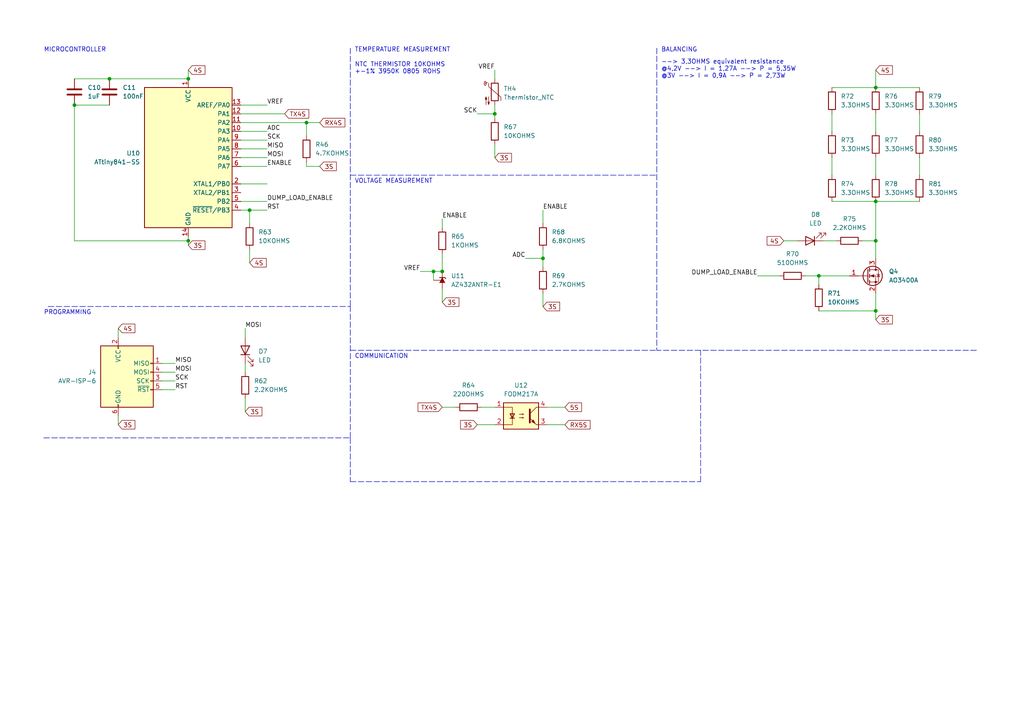
<source format=kicad_sch>
(kicad_sch (version 20211123) (generator eeschema)
  (paper "A4")
  (title_block (title "4S - OpenBatt") (date "2022-07-02") (rev "V1.0") (company "Andre Schrankel"))
  (lib_symbols
    (symbol "Connector:AVR-ISP-6" (pin_names (offset 1.016))
      (property "Reference" "J" (at -6.35 11.43 0))
      (property "Value" "AVR-ISP-6" (at 0 11.43 0))
      (symbol "AVR-ISP-6_0_1"
        (rectangle (start -2.667 -6.858) (end -2.413 -7.62))
        (rectangle (start -2.667 10.16) (end -2.413 9.398))
        (rectangle (start 7.62 -2.413) (end 6.858 -2.667))
        (rectangle (start 7.62 0.127) (end 6.858 -0.127))
        (rectangle (start 7.62 2.667) (end 6.858 2.413))
        (rectangle (start 7.62 5.207) (end 6.858 4.953))
        (rectangle (start 7.62 10.16) (end -7.62 -7.62) (stroke (width 0.254)) (fill (type background)))
      )
      (symbol "AVR-ISP-6_1_1"
        (pin passive line (at 10.16 5.08 180) (length 2.54) (name "MISO") (number "1"))
        (pin passive line (at -2.54 12.7 270) (length 2.54) (name "VCC") (number "2"))
        (pin passive line (at 10.16 0 180) (length 2.54) (name "SCK") (number "3"))
        (pin passive line (at 10.16 2.54 180) (length 2.54) (name "MOSI") (number "4"))
        (pin passive line (at 10.16 -2.54 180) (length 2.54) (name "~{RST}") (number "5"))
        (pin passive line (at -2.54 -10.16 90) (length 2.54) (name "GND") (number "6"))
      )
    )
    (symbol "Device:C" (pin_numbers hide) (pin_names (offset 0.254))
      (property "Reference" "C" (at 0.635 2.54 0))
      (property "Value" "C" (at 0.635 -2.54 0))
      (symbol "C_0_1"
        (polyline (pts (xy -2.032 -0.762) (xy 2.032 -0.762)) (stroke (width 0.508)))
        (polyline (pts (xy -2.032 0.762) (xy 2.032 0.762)) (stroke (width 0.508)))
      )
      (symbol "C_1_1"
        (pin passive line (at 0 3.81 270) (length 2.794) (name "~") (number "1"))
        (pin passive line (at 0 -3.81 90) (length 2.794) (name "~") (number "2"))
      )
    )
    (symbol "Device:LED" (pin_numbers hide) (pin_names (offset 1.016) hide)
      (property "Reference" "D" (at 0 2.54 0))
      (property "Value" "LED" (at 0 -2.54 0))
      (symbol "LED_0_1"
        (polyline (pts (xy -1.27 -1.27) (xy -1.27 1.27)) (stroke (width 0.254)))
        (polyline (pts (xy -1.27 0) (xy 1.27 0)))
        (polyline (pts (xy 1.27 -1.27) (xy 1.27 1.27) (xy -1.27 0) (xy 1.27 -1.27)) (stroke (width 0.254)))
        (polyline (pts (xy -3.048 -0.762) (xy -4.572 -2.286) (xy -3.81 -2.286) (xy -4.572 -2.286) (xy -4.572 -1.524)))
        (polyline (pts (xy -1.778 -0.762) (xy -3.302 -2.286) (xy -2.54 -2.286) (xy -3.302 -2.286) (xy -3.302 -1.524)))
      )
      (symbol "LED_1_1"
        (pin passive line (at -3.81 0 0) (length 2.54) (name "K") (number "1"))
        (pin passive line (at 3.81 0 180) (length 2.54) (name "A") (number "2"))
      )
    )
    (symbol "Device:R" (pin_numbers hide) (pin_names (offset 0))
      (property "Reference" "R" (at 2.032 0 90))
      (property "Value" "R" (at 0 0 90))
      (symbol "R_0_1"
        (rectangle (start -1.016 -2.54) (end 1.016 2.54) (stroke (width 0.254)))
      )
      (symbol "R_1_1"
        (pin passive line (at 0 3.81 270) (length 1.27) (name "~") (number "1"))
        (pin passive line (at 0 -3.81 90) (length 1.27) (name "~") (number "2"))
      )
    )
    (symbol "Device:Thermistor_NTC" (pin_numbers hide) (pin_names (offset 0))
      (property "Reference" "TH" (at -4.445 0 90))
      (property "Value" "Thermistor_NTC" (at 3.175 0 90))
      (symbol "Thermistor_NTC_0_1"
        (arc (start -3.048 2.159) (mid -3.0505 2.3165) (end -3.175 2.413))
        (arc (start -3.048 2.159) (mid -2.9736 1.9794) (end -2.794 1.905))
        (arc (start -3.048 2.794) (mid -2.9736 2.6144) (end -2.794 2.54))
        (arc (start -2.794 1.905) (mid -2.6144 1.9794) (end -2.54 2.159))
        (arc (start -2.794 2.54) (mid -2.434 2.5608) (end -2.159 2.794))
        (arc (start -2.794 3.048) (mid -2.9736 2.9736) (end -3.048 2.794))
        (arc (start -2.54 2.794) (mid -2.6144 2.9736) (end -2.794 3.048))
        (rectangle (start -1.016 2.54) (end 1.016 -2.54) (stroke (width 0.254)))
        (polyline (pts (xy -2.54 2.159) (xy -2.54 2.794)))
        (polyline (pts (xy -1.778 2.54) (xy -1.778 1.524) (xy 1.778 -1.524) (xy 1.778 -2.54)))
        (polyline (pts (xy -2.54 -3.683) (xy -2.54 -1.397) (xy -2.794 -2.159) (xy -2.286 -2.159) (xy -2.54 -1.397) (xy -2.54 -1.651)) (fill (type outline)))
        (polyline (pts (xy -1.778 -1.397) (xy -1.778 -3.683) (xy -2.032 -2.921) (xy -1.524 -2.921) (xy -1.778 -3.683) (xy -1.778 -3.429)) (fill (type outline)))
      )
      (symbol "Thermistor_NTC_1_1"
        (pin passive line (at 0 3.81 270) (length 1.27) (name "~") (number "1"))
        (pin passive line (at 0 -3.81 90) (length 1.27) (name "~") (number "2"))
      )
    )
    (symbol "Isolator:FODM217A"
      (property "Reference" "U" (at -5.08 5.08 0))
      (property "Value" "FODM217A" (at 0 5.08 0))
      (symbol "FODM217A_0_1"
        (rectangle (start -5.08 3.81) (end 5.08 -3.81) (stroke (width 0.254)) (fill (type background)))
        (polyline (pts (xy -3.175 -0.635) (xy -1.905 -0.635)) (stroke (width 0.254)))
        (polyline (pts (xy 2.54 0.635) (xy 4.445 2.54)))
        (polyline (pts (xy 4.445 -2.54) (xy 2.54 -0.635)) (fill (type outline)))
        (polyline (pts (xy 4.445 -2.54) (xy 5.08 -2.54)))
        (polyline (pts (xy 4.445 2.54) (xy 5.08 2.54)))
        (polyline (pts (xy -5.08 2.54) (xy -2.54 2.54) (xy -2.54 -0.635)))
        (polyline (pts (xy -2.54 -0.635) (xy -2.54 -2.54) (xy -5.08 -2.54)))
        (polyline (pts (xy 2.54 1.905) (xy 2.54 -1.905) (xy 2.54 -1.905)) (stroke (width 0.508)))
        (polyline (pts (xy -2.54 -0.635) (xy -3.175 0.635) (xy -1.905 0.635) (xy -2.54 -0.635)) (stroke (width 0.254)))
        (polyline (pts (xy -0.508 -0.508) (xy 0.762 -0.508) (xy 0.381 -0.635) (xy 0.381 -0.381) (xy 0.762 -0.508)))
        (polyline (pts (xy -0.508 0.508) (xy 0.762 0.508) (xy 0.381 0.381) (xy 0.381 0.635) (xy 0.762 0.508)))
        (polyline (pts (xy 3.048 -1.651) (xy 3.556 -1.143) (xy 4.064 -2.159) (xy 3.048 -1.651) (xy 3.048 -1.651)) (fill (type outline)))
      )
      (symbol "FODM217A_1_1"
        (pin passive line (at -7.62 2.54 0) (length 2.54) (name "~") (number "1"))
        (pin passive line (at -7.62 -2.54 0) (length 2.54) (name "~") (number "2"))
        (pin passive line (at 7.62 -2.54 180) (length 2.54) (name "~") (number "3"))
        (pin passive line (at 7.62 2.54 180) (length 2.54) (name "~") (number "4"))
      )
    )
    (symbol "MCU_Microchip_ATtiny:ATtiny841-SS"
      (property "Reference" "U" (at -12.7 21.59 0))
      (property "Value" "ATtiny841-SS" (at 2.54 -21.59 0))
      (symbol "ATtiny841-SS_0_1"
        (rectangle (start -12.7 -20.32) (end 12.7 20.32) (stroke (width 0.254)) (fill (type background)))
      )
      (symbol "ATtiny841-SS_1_1"
        (pin power_in line (at 0 22.86 270) (length 2.54) (name "VCC") (number "1"))
        (pin bidirectional line (at 15.24 7.62 180) (length 2.54) (name "PA3") (number "10"))
        (pin bidirectional line (at 15.24 10.16 180) (length 2.54) (name "PA2") (number "11"))
        (pin bidirectional line (at 15.24 12.7 180) (length 2.54) (name "PA1") (number "12"))
        (pin bidirectional line (at 15.24 15.24 180) (length 2.54) (name "AREF/PA0") (number "13"))
        (pin power_in line (at 0 -22.86 90) (length 2.54) (name "GND") (number "14"))
        (pin bidirectional line (at 15.24 -7.62 180) (length 2.54) (name "XTAL1/PB0") (number "2"))
        (pin bidirectional line (at 15.24 -10.16 180) (length 2.54) (name "XTAL2/PB1") (number "3"))
        (pin bidirectional line (at 15.24 -15.24 180) (length 2.54) (name "~{RESET}/PB3") (number "4"))
        (pin bidirectional line (at 15.24 -12.7 180) (length 2.54) (name "PB2") (number "5"))
        (pin bidirectional line (at 15.24 -2.54 180) (length 2.54) (name "PA7") (number "6"))
        (pin bidirectional line (at 15.24 0 180) (length 2.54) (name "PA6") (number "7"))
        (pin bidirectional line (at 15.24 2.54 180) (length 2.54) (name "PA5") (number "8"))
        (pin bidirectional line (at 15.24 5.08 180) (length 2.54) (name "PA4") (number "9"))
      )
    )
    (symbol "Reference_Voltage:TL431DBZ" (pin_numbers hide) (pin_names hide)
      (property "Reference" "U" (at -2.54 2.54 0))
      (property "Value" "TL431DBZ" (at 0 -2.54 0))
      (symbol "TL431DBZ_0_1"
        (polyline (pts (xy -1.27 0) (xy 0 0) (xy 1.27 0)))
        (polyline (pts (xy -0.762 0.762) (xy 0.762 0) (xy -0.762 -0.762)) (fill (type outline)))
        (polyline (pts (xy 0.508 -1.016) (xy 0.762 -0.762) (xy 0.762 0.762) (xy 0.762 0.762)) (stroke (width 0.254)))
      )
      (symbol "TL431DBZ_1_1"
        (pin passive line (at 2.54 0 180) (length 2.54) (name "K") (number "1"))
        (pin passive line (at 0 2.54 270) (length 2.54) (name "REF") (number "2"))
        (pin passive line (at -2.54 0 0) (length 2.54) (name "A") (number "3"))
      )
    )
    (symbol "Transistor_FET:AO3400A" (pin_names hide)
      (property "Reference" "Q" (at 5.08 1.905 0))
      (property "Value" "AO3400A" (at 5.08 0 0))
      (symbol "AO3400A_0_1"
        (polyline (pts (xy 0.254 0) (xy -2.54 0)))
        (polyline (pts (xy 0.254 1.905) (xy 0.254 -1.905)) (stroke (width 0.254)))
        (polyline (pts (xy 0.762 -1.27) (xy 0.762 -2.286)) (stroke (width 0.254)))
        (polyline (pts (xy 0.762 0.508) (xy 0.762 -0.508)) (stroke (width 0.254)))
        (polyline (pts (xy 0.762 2.286) (xy 0.762 1.27)) (stroke (width 0.254)))
        (polyline (pts (xy 2.54 2.54) (xy 2.54 1.778)))
        (polyline (pts (xy 2.54 -2.54) (xy 2.54 0) (xy 0.762 0)))
        (polyline (pts (xy 0.762 -1.778) (xy 3.302 -1.778) (xy 3.302 1.778) (xy 0.762 1.778)))
        (polyline (pts (xy 1.016 0) (xy 2.032 0.381) (xy 2.032 -0.381) (xy 1.016 0)) (fill (type outline)))
        (polyline (pts (xy 2.794 0.508) (xy 2.921 0.381) (xy 3.683 0.381) (xy 3.81 0.254)))
        (polyline (pts (xy 3.302 0.381) (xy 2.921 -0.254) (xy 3.683 -0.254) (xy 3.302 0.381)))
        (circle (center 1.651 0) (radius 2.794) (stroke (width 0.254)))
        (circle (center 2.54 -1.778) (radius 0.254) (fill (type outline)))
        (circle (center 2.54 1.778) (radius 0.254) (fill (type outline)))
      )
      (symbol "AO3400A_1_1"
        (pin input line (at -5.08 0 0) (length 2.54) (name "G") (number "1"))
        (pin passive line (at 2.54 -5.08 90) (length 2.54) (name "S") (number "2"))
        (pin passive line (at 2.54 5.08 270) (length 2.54) (name "D") (number "3"))
      )
    )
  )
  (junction (at 72.39 60.96))
  (junction (at 88.9 35.56))
  (junction (at 254 58.42))
  (junction (at 143.51 33.02))
  (junction (at 254 25.4))
  (junction (at 54.61 69.85))
  (junction (at 128.27 78.74))
  (junction (at 157.48 74.93))
  (junction (at 237.49 80.01))
  (junction (at 254 90.17))
  (junction (at 54.61 22.86))
  (junction (at 125.73 78.74))
  (junction (at 31.75 22.86))
  (junction (at 254 69.85))
  (junction (at 21.59 30.48))
  (wire (pts (xy 254 85.09) (xy 254 90.17)))
  (wire (pts (xy 125.73 81.28) (xy 125.73 78.74)))
  (wire (pts (xy 88.9 48.26) (xy 92.71 48.26)))
  (wire (pts (xy 72.39 60.96) (xy 77.47 60.96)))
  (polyline (pts (xy 101.6 139.7) (xy 203.2 139.7)))
  (wire (pts (xy 21.59 30.48) (xy 21.59 69.85)))
  (wire (pts (xy 241.3 33.02) (xy 241.3 38.1)))
  (wire (pts (xy 54.61 69.85) (xy 54.61 71.12)))
  (polyline (pts (xy 101.6 101.6) (xy 190.5 101.6)))
  (wire (pts (xy 46.99 107.95) (xy 50.8 107.95)))
  (wire (pts (xy 34.29 95.25) (xy 34.29 97.79)))
  (wire (pts (xy 237.49 80.01) (xy 246.38 80.01)))
  (wire (pts (xy 241.3 58.42) (xy 254 58.42)))
  (wire (pts (xy 72.39 60.96) (xy 72.39 64.77)))
  (wire (pts (xy 266.7 45.72) (xy 266.7 50.8)))
  (wire (pts (xy 266.7 33.02) (xy 266.7 38.1)))
  (polyline (pts (xy 190.5 13.97) (xy 190.5 101.6)))
  (wire (pts (xy 254 33.02) (xy 254 38.1)))
  (polyline (pts (xy 101.6 127) (xy 101.6 88.9)))
  (wire (pts (xy 138.43 123.19) (xy 143.51 123.19)))
  (wire (pts (xy 69.85 30.48) (xy 77.47 30.48)))
  (polyline (pts (xy 101.6 127) (xy 101.6 139.7)))
  (wire (pts (xy 69.85 33.02) (xy 82.55 33.02)))
  (wire (pts (xy 233.68 80.01) (xy 237.49 80.01)))
  (wire (pts (xy 157.48 60.96) (xy 157.48 64.77)))
  (wire (pts (xy 254 20.32) (xy 254 25.4)))
  (wire (pts (xy 227.33 69.85) (xy 231.14 69.85)))
  (wire (pts (xy 88.9 46.99) (xy 88.9 48.26)))
  (wire (pts (xy 46.99 113.03) (xy 50.8 113.03)))
  (wire (pts (xy 54.61 20.32) (xy 54.61 22.86)))
  (wire (pts (xy 46.99 110.49) (xy 50.8 110.49)))
  (wire (pts (xy 72.39 72.39) (xy 72.39 76.2)))
  (wire (pts (xy 138.43 33.02) (xy 143.51 33.02)))
  (wire (pts (xy 241.3 45.72) (xy 241.3 50.8)))
  (wire (pts (xy 241.3 25.4) (xy 254 25.4)))
  (wire (pts (xy 254 45.72) (xy 254 50.8)))
  (wire (pts (xy 88.9 35.56) (xy 88.9 39.37)))
  (wire (pts (xy 237.49 80.01) (xy 237.49 82.55)))
  (wire (pts (xy 34.29 120.65) (xy 34.29 123.19)))
  (wire (pts (xy 69.85 53.34) (xy 77.47 53.34)))
  (polyline (pts (xy 283.21 101.6) (xy 190.5 101.6)))
  (wire (pts (xy 250.19 69.85) (xy 254 69.85)))
  (wire (pts (xy 121.92 78.74) (xy 125.73 78.74)))
  (wire (pts (xy 254 90.17) (xy 254 92.71)))
  (wire (pts (xy 71.12 115.57) (xy 71.12 119.38)))
  (wire (pts (xy 71.12 95.25) (xy 71.12 97.79)))
  (wire (pts (xy 71.12 105.41) (xy 71.12 107.95)))
  (wire (pts (xy 69.85 43.18) (xy 77.47 43.18)))
  (wire (pts (xy 157.48 74.93) (xy 157.48 77.47)))
  (wire (pts (xy 238.76 69.85) (xy 242.57 69.85)))
  (polyline (pts (xy 13.97 88.9) (xy 101.6 88.9)))
  (wire (pts (xy 158.75 123.19) (xy 163.83 123.19)))
  (wire (pts (xy 157.48 85.09) (xy 157.48 88.9)))
  (wire (pts (xy 21.59 69.85) (xy 54.61 69.85)))
  (polyline (pts (xy 203.2 139.7) (xy 203.2 101.6)))
  (wire (pts (xy 157.48 72.39) (xy 157.48 74.93)))
  (wire (pts (xy 237.49 90.17) (xy 254 90.17)))
  (wire (pts (xy 69.85 40.64) (xy 77.47 40.64)))
  (wire (pts (xy 31.75 22.86) (xy 54.61 22.86)))
  (wire (pts (xy 143.51 41.91) (xy 143.51 45.72)))
  (polyline (pts (xy 12.7 127) (xy 101.6 127)))
  (wire (pts (xy 143.51 30.48) (xy 143.51 33.02)))
  (wire (pts (xy 69.85 58.42) (xy 77.47 58.42)))
  (wire (pts (xy 69.85 48.26) (xy 77.47 48.26)))
  (wire (pts (xy 254 58.42) (xy 254 69.85)))
  (wire (pts (xy 125.73 78.74) (xy 128.27 78.74)))
  (wire (pts (xy 46.99 105.41) (xy 50.8 105.41)))
  (wire (pts (xy 152.4 74.93) (xy 157.48 74.93)))
  (wire (pts (xy 21.59 30.48) (xy 31.75 30.48)))
  (wire (pts (xy 54.61 68.58) (xy 54.61 69.85)))
  (polyline (pts (xy 101.6 50.8) (xy 190.5 50.8)))
  (wire (pts (xy 254 58.42) (xy 266.7 58.42)))
  (polyline (pts (xy 101.6 13.97) (xy 101.6 88.9)))
  (wire (pts (xy 158.75 118.11) (xy 163.83 118.11)))
  (wire (pts (xy 69.85 35.56) (xy 88.9 35.56)))
  (wire (pts (xy 69.85 45.72) (xy 77.47 45.72)))
  (wire (pts (xy 254 25.4) (xy 266.7 25.4)))
  (wire (pts (xy 128.27 83.82) (xy 128.27 87.63)))
  (wire (pts (xy 128.27 73.66) (xy 128.27 78.74)))
  (wire (pts (xy 143.51 20.32) (xy 143.51 22.86)))
  (wire (pts (xy 69.85 60.96) (xy 72.39 60.96)))
  (wire (pts (xy 88.9 35.56) (xy 92.71 35.56)))
  (wire (pts (xy 219.71 80.01) (xy 226.06 80.01)))
  (wire (pts (xy 254 69.85) (xy 254 74.93)))
  (wire (pts (xy 128.27 118.11) (xy 132.08 118.11)))
  (wire (pts (xy 128.27 63.5) (xy 128.27 66.04)))
  (wire (pts (xy 69.85 38.1) (xy 77.47 38.1)))
  (wire (pts (xy 21.59 22.86) (xy 31.75 22.86)))
  (wire (pts (xy 139.7 118.11) (xy 143.51 118.11)))
  (wire (pts (xy 143.51 33.02) (xy 143.51 34.29)))
  (text "PROGRAMMING" (at 12.7 91.44 0) (effects (font (size 1.27 1.27)) (justify left bottom)))
  (text "BALANCING" (at 191.77 15.24 0) (effects (font (size 1.27 1.27)) (justify left bottom)))
  (text "VOLTAGE MEASUREMENT\n" (at 102.87 53.34 0) (effects (font (size 1.27 1.27)) (justify left bottom)))
  (text "--> 3,3OHMS equivalent resistance\n@4,2V --> I = 1,27A --> P = 5,35W\n@3V --> I = 0,9A --> P = 2,73W" (at 191.77 22.86 0) (effects (font (size 1.27 1.27)) (justify left bottom)))
  (text "COMMUNICATION" (at 102.87 104.14 0) (effects (font (size 1.27 1.27)) (justify left bottom)))
  (text "TEMPERATURE MEASUREMENT\n" (at 102.87 15.24 0) (effects (font (size 1.27 1.27)) (justify left bottom)))
  (text "NTC THERMISTOR 10KOHMS\n+-1% 3950K 0805 ROHS" (at 102.87 21.59 0) (effects (font (size 1.27 1.27)) (justify left bottom)))
  (text "MICROCONTROLLER\n" (at 12.7 15.24 0) (effects (font (size 1.27 1.27)) (justify left bottom)))
  (label "DUMP_LOAD_ENABLE" (at 77.47 58.42 0))
  (label "ENABLE" (at 157.48 60.96 0))
  (label "MOSI" (at 77.47 45.72 0))
  (label "RST" (at 50.8 113.03 0))
  (label "VREF" (at 143.51 20.32 180))
  (label "MOSI" (at 50.8 107.95 0))
  (label "MISO" (at 50.8 105.41 0))
  (label "DUMP_LOAD_ENABLE" (at 219.71 80.01 180))
  (label "ENABLE" (at 77.47 48.26 0))
  (label "MISO" (at 77.47 43.18 0))
  (label "SCK" (at 77.47 40.64 0))
  (label "MOSI" (at 71.12 95.25 0))
  (label "SCK" (at 50.8 110.49 0))
  (label "ADC" (at 77.47 38.1 0))
  (label "VREF" (at 77.47 30.48 0))
  (label "SCK" (at 138.43 33.02 180))
  (label "ADC" (at 152.4 74.93 180))
  (label "RST" (at 77.47 60.96 0))
  (label "ENABLE" (at 128.27 63.5 0))
  (label "VREF" (at 121.92 78.74 180))
  (global_label "4S" (shape input) (at 34.29 95.25 0) (property "Intersheet References" "${INTERSHEET_REFS}" (effects hide)))
  (global_label "3S" (shape input) (at 157.48 88.9 0) (property "Intersheet References" "${INTERSHEET_REFS}" (effects hide)))
  (global_label "4S" (shape input) (at 227.33 69.85 180) (property "Intersheet References" "${INTERSHEET_REFS}" (effects hide)))
  (global_label "5S" (shape input) (at 163.83 118.11 0) (property "Intersheet References" "${INTERSHEET_REFS}" (effects hide)))
  (global_label "3S" (shape input) (at 254 92.71 0) (property "Intersheet References" "${INTERSHEET_REFS}" (effects hide)))
  (global_label "TX4S" (shape input) (at 128.27 118.11 180) (property "Intersheet References" "${INTERSHEET_REFS}" (effects hide)))
  (global_label "4S" (shape input) (at 254 20.32 0) (property "Intersheet References" "${INTERSHEET_REFS}" (effects hide)))
  (global_label "TX4S" (shape input) (at 82.55 33.02 0) (property "Intersheet References" "${INTERSHEET_REFS}" (effects hide)))
  (global_label "3S" (shape input) (at 71.12 119.38 0) (property "Intersheet References" "${INTERSHEET_REFS}" (effects hide)))
  (global_label "3S" (shape input) (at 54.61 71.12 0) (property "Intersheet References" "${INTERSHEET_REFS}" (effects hide)))
  (global_label "3S" (shape input) (at 128.27 87.63 0) (property "Intersheet References" "${INTERSHEET_REFS}" (effects hide)))
  (global_label "RX5S" (shape input) (at 163.83 123.19 0) (property "Intersheet References" "${INTERSHEET_REFS}" (effects hide)))
  (global_label "3S" (shape input) (at 138.43 123.19 180) (property "Intersheet References" "${INTERSHEET_REFS}" (effects hide)))
  (global_label "3S" (shape input) (at 92.71 48.26 0) (property "Intersheet References" "${INTERSHEET_REFS}" (effects hide)))
  (global_label "4S" (shape input) (at 54.61 20.32 0) (property "Intersheet References" "${INTERSHEET_REFS}" (effects hide)))
  (global_label "3S" (shape input) (at 143.51 45.72 0) (property "Intersheet References" "${INTERSHEET_REFS}" (effects hide)))
  (global_label "RX4S" (shape input) (at 92.71 35.56 0) (property "Intersheet References" "${INTERSHEET_REFS}" (effects hide)))
  (global_label "4S" (shape input) (at 72.39 76.2 0) (property "Intersheet References" "${INTERSHEET_REFS}" (effects hide)))
  (global_label "3S" (shape input) (at 34.29 123.19 0) (property "Intersheet References" "${INTERSHEET_REFS}" (effects hide)))
  (symbol (lib_id "Device:R") (at 157.48 81.28 0) (unit 1)
    (property "Reference" "R69" (at 160.02 80.0099 0) (effects (justify left)))
    (property "Value" "2.7KOHMS" (at 160.02 82.5499 0) (effects (justify left)))
    (property "Footprint" "Resistor_SMD:R_0805_2012Metric_Pad1.20x1.40mm_HandSolder" (effects hide))
  )
  (symbol (lib_id "Device:R") (at 266.7 54.61 0) (unit 1)
    (property "Reference" "R81" (at 269.24 53.3399 0) (effects (justify left)))
    (property "Value" "3.3OHMS" (at 269.24 55.8799 0) (effects (justify left)))
    (property "Footprint" "Resistor_SMD:R_2010_5025Metric_Pad1.40x2.65mm_HandSolder" (effects hide))
  )
  (symbol (lib_id "Connector:AVR-ISP-6") (at 36.83 110.49 0) (unit 1)
    (property "Reference" "J4" (at 27.94 107.9499 0) (effects (justify right)))
    (property "Value" "AVR-ISP-6" (at 27.94 110.4899 0) (effects (justify right)))
    (property "Footprint" "Connector_PinHeader_2.54mm:PinHeader_2x03_P2.54mm_Vertical_SMD" (effects hide))
    (property "Datasheet" " ~" (effects hide))
  )
  (symbol (lib_id "Reference_Voltage:TL431DBZ") (at 128.27 81.28 90) (unit 1)
    (property "Reference" "U11" (at 130.81 80.0099 90) (effects (justify right)))
    (property "Value" "AZ432ANTR-E1 " (at 130.81 82.5499 90) (effects (justify right)))
    (property "Footprint" "Package_TO_SOT_SMD:SOT-23" (effects hide))
    (property "Datasheet" "https://www.mouser.de/datasheet/2/115/DIOD_S_A0007085168_1-2512765.pdf" (effects hide))
  )
  (symbol (lib_id "Device:R") (at 88.9 43.18 0) (unit 1)
    (property "Reference" "R46" (at 91.44 41.9099 0) (effects (justify left)))
    (property "Value" "4.7KOHMS" (at 91.44 44.4499 0) (effects (justify left)))
    (property "Footprint" "Resistor_SMD:R_0805_2012Metric_Pad1.20x1.40mm_HandSolder" (effects hide))
  )
  (symbol (lib_id "Device:R") (at 241.3 54.61 0) (unit 1)
    (property "Reference" "R74" (at 243.84 53.3399 0) (effects (justify left)))
    (property "Value" "3.3OHMS" (at 243.84 55.8799 0) (effects (justify left)))
    (property "Footprint" "Resistor_SMD:R_2010_5025Metric_Pad1.40x2.65mm_HandSolder" (effects hide))
  )
  (symbol (lib_id "Device:R") (at 71.12 111.76 0) (unit 1)
    (property "Reference" "R62" (at 73.66 110.4899 0) (effects (justify left)))
    (property "Value" "2.2KOHMS" (at 73.66 113.0299 0) (effects (justify left)))
    (property "Footprint" "Resistor_SMD:R_0805_2012Metric_Pad1.20x1.40mm_HandSolder" (effects hide))
  )
  (symbol (lib_id "Device:R") (at 266.7 41.91 0) (unit 1)
    (property "Reference" "R80" (at 269.24 40.6399 0) (effects (justify left)))
    (property "Value" "3.3OHMS" (at 269.24 43.1799 0) (effects (justify left)))
    (property "Footprint" "Resistor_SMD:R_2010_5025Metric_Pad1.40x2.65mm_HandSolder" (effects hide))
  )
  (symbol (lib_id "Device:R") (at 241.3 41.91 0) (unit 1)
    (property "Reference" "R73" (at 243.84 40.6399 0) (effects (justify left)))
    (property "Value" "3.3OHMS" (at 243.84 43.1799 0) (effects (justify left)))
    (property "Footprint" "Resistor_SMD:R_2010_5025Metric_Pad1.40x2.65mm_HandSolder" (effects hide))
  )
  (symbol (lib_id "Device:R") (at 254 54.61 0) (unit 1)
    (property "Reference" "R78" (at 256.54 53.3399 0) (effects (justify left)))
    (property "Value" "3.3OHMS" (at 256.54 55.8799 0) (effects (justify left)))
    (property "Footprint" "Resistor_SMD:R_2010_5025Metric_Pad1.40x2.65mm_HandSolder" (effects hide))
  )
  (symbol (lib_id "Device:R") (at 254 41.91 0) (unit 1)
    (property "Reference" "R77" (at 256.54 40.6399 0) (effects (justify left)))
    (property "Value" "3.3OHMS" (at 256.54 43.1799 0) (effects (justify left)))
    (property "Footprint" "Resistor_SMD:R_2010_5025Metric_Pad1.40x2.65mm_HandSolder" (effects hide))
  )
  (symbol (lib_id "Device:R") (at 254 29.21 0) (unit 1)
    (property "Reference" "R76" (at 256.54 27.9399 0) (effects (justify left)))
    (property "Value" "3.3OHMS" (at 256.54 30.4799 0) (effects (justify left)))
    (property "Footprint" "Resistor_SMD:R_2010_5025Metric_Pad1.40x2.65mm_HandSolder" (effects hide))
  )
  (symbol (lib_id "Isolator:FODM217A") (at 151.13 120.65 0) (unit 1)
    (property "Reference" "U12" (at 151.13 111.76 0))
    (property "Value" "FODM217A" (at 151.13 114.3 0))
    (property "Footprint" "Package_SO:SOP-4_4.4x2.6mm_P1.27mm" (effects hide))
    (property "Datasheet" "https://www.onsemi.com/pub/Collateral/FODM214-D.PDF" (effects hide))
  )
  (symbol (lib_id "Transistor_FET:AO3400A") (at 251.46 80.01 0) (unit 1)
    (property "Reference" "Q4" (at 257.81 78.7399 0) (effects (justify left)))
    (property "Value" "AO3400A" (at 257.81 81.2799 0) (effects (justify left)))
    (property "Footprint" "Package_TO_SOT_SMD:SOT-23" (effects hide))
    (property "Datasheet" "https://media.digikey.com/pdf/Data%20Sheets/Alpha%20&%20Omega/AO3400A_ds.pdf" (effects hide))
  )
  (symbol (lib_id "Device:R") (at 128.27 69.85 180) (unit 1)
    (property "Reference" "R65" (at 130.81 68.5799 0) (effects (justify right)))
    (property "Value" "1KOHMS" (at 130.81 71.1199 0) (effects (justify right)))
    (property "Footprint" "Resistor_SMD:R_0805_2012Metric_Pad1.20x1.40mm_HandSolder" (effects hide))
  )
  (symbol (lib_id "MCU_Microchip_ATtiny:ATtiny841-SS") (at 54.61 45.72 0) (unit 1)
    (property "Reference" "U10" (at 40.64 44.4499 0) (effects (justify right)))
    (property "Value" "ATtiny841-SS" (at 40.64 46.9899 0) (effects (justify right)))
    (property "Footprint" "Package_SO:SOIC-14_3.9x8.7mm_P1.27mm" (effects hide))
    (property "Datasheet" "http://ww1.microchip.com/downloads/en/DeviceDoc/Atmel-8495-8-bit-AVR-Microcontrollers-ATtiny441-ATtiny841_Datasheet.pdf" (effects hide))
  )
  (symbol (lib_id "Device:R") (at 246.38 69.85 90) (unit 1)
    (property "Reference" "R75" (at 246.38 63.5 90))
    (property "Value" "2.2KOHMS" (at 246.38 66.04 90))
    (property "Footprint" "Resistor_SMD:R_0805_2012Metric_Pad1.20x1.40mm_HandSolder" (effects hide))
  )
  (symbol (lib_id "Device:R") (at 241.3 29.21 0) (unit 1)
    (property "Reference" "R72" (at 243.84 27.9399 0) (effects (justify left)))
    (property "Value" "3.3OHMS" (at 243.84 30.4799 0) (effects (justify left)))
    (property "Footprint" "Resistor_SMD:R_2010_5025Metric_Pad1.40x2.65mm_HandSolder" (effects hide))
  )
  (symbol (lib_id "Device:LED") (at 71.12 101.6 90) (unit 1)
    (property "Reference" "D7" (at 74.93 101.9174 90) (effects (justify right)))
    (property "Value" "LED" (at 74.93 104.4574 90) (effects (justify right)))
    (property "Footprint" "LED_SMD:LED_0805_2012Metric_Pad1.15x1.40mm_HandSolder" (effects hide))
  )
  (symbol (lib_id "Device:R") (at 229.87 80.01 90) (unit 1)
    (property "Reference" "R70" (at 229.87 73.66 90))
    (property "Value" "510OHMS" (at 229.87 76.2 90))
    (property "Footprint" "Resistor_SMD:R_0805_2012Metric_Pad1.20x1.40mm_HandSolder" (effects hide))
  )
  (symbol (lib_id "Device:R") (at 72.39 68.58 0) (unit 1)
    (property "Reference" "R63" (at 74.93 67.3099 0) (effects (justify left)))
    (property "Value" "10KOHMS" (at 74.93 69.8499 0) (effects (justify left)))
    (property "Footprint" "Resistor_SMD:R_0805_2012Metric_Pad1.20x1.40mm_HandSolder" (effects hide))
  )
  (symbol (lib_id "Device:R") (at 135.89 118.11 90) (unit 1)
    (property "Reference" "R64" (at 135.89 111.76 90))
    (property "Value" "220OHMS" (at 135.89 114.3 90))
    (property "Footprint" "Resistor_SMD:R_0805_2012Metric_Pad1.20x1.40mm_HandSolder" (effects hide))
  )
  (symbol (lib_id "Device:R") (at 143.51 38.1 180) (unit 1)
    (property "Reference" "R67" (at 146.05 36.8299 0) (effects (justify right)))
    (property "Value" "10KOHMS" (at 146.05 39.3699 0) (effects (justify right)))
    (property "Footprint" "Resistor_SMD:R_0805_2012Metric_Pad1.20x1.40mm_HandSolder" (effects hide))
  )
  (symbol (lib_id "Device:C") (at 31.75 26.67 0) (unit 1)
    (property "Reference" "C11" (at 35.56 25.3999 0) (effects (justify left)))
    (property "Value" "100nF" (at 35.56 27.9399 0) (effects (justify left)))
    (property "Footprint" "Capacitor_SMD:C_0805_2012Metric_Pad1.18x1.45mm_HandSolder" (effects hide))
  )
  (symbol (lib_id "Device:R") (at 237.49 86.36 180) (unit 1)
    (property "Reference" "R71" (at 240.03 85.0899 0) (effects (justify right)))
    (property "Value" "10KOHMS" (at 240.03 87.6299 0) (effects (justify right)))
    (property "Footprint" "Resistor_SMD:R_0805_2012Metric_Pad1.20x1.40mm_HandSolder" (effects hide))
  )
  (symbol (lib_id "Device:R") (at 266.7 29.21 0) (unit 1)
    (property "Reference" "R79" (at 269.24 27.9399 0) (effects (justify left)))
    (property "Value" "3.3OHMS" (at 269.24 30.4799 0) (effects (justify left)))
    (property "Footprint" "Resistor_SMD:R_2010_5025Metric_Pad1.40x2.65mm_HandSolder" (effects hide))
  )
  (symbol (lib_id "Device:Thermistor_NTC") (at 143.51 26.67 0) (unit 1)
    (property "Reference" "TH4" (at 146.05 25.7174 0) (effects (justify left)))
    (property "Value" "Thermistor_NTC" (at 146.05 28.2574 0) (effects (justify left)))
    (property "Footprint" "Resistor_SMD:R_0805_2012Metric_Pad1.20x1.40mm_HandSolder" (effects hide))
    (property "Datasheet" "https://www.mouser.de/datasheet/2/3/ABNTC-0805-253593.pdf" (effects hide))
  )
  (symbol (lib_id "Device:R") (at 157.48 68.58 0) (unit 1)
    (property "Reference" "R68" (at 160.02 67.3099 0) (effects (justify left)))
    (property "Value" "6.8KOHMS" (at 160.02 69.8499 0) (effects (justify left)))
    (property "Footprint" "Resistor_SMD:R_0805_2012Metric_Pad1.20x1.40mm_HandSolder" (effects hide))
  )
  (symbol (lib_id "Device:C") (at 21.59 26.67 0) (unit 1)
    (property "Reference" "C10" (at 25.4 25.3999 0) (effects (justify left)))
    (property "Value" "1uF" (at 25.4 27.9399 0) (effects (justify left)))
    (property "Footprint" "Capacitor_SMD:C_0805_2012Metric_Pad1.18x1.45mm_HandSolder" (effects hide))
  )
  (symbol (lib_id "Device:LED") (at 234.95 69.85 180) (unit 1)
    (property "Reference" "D8" (at 236.5375 62.23 0))
    (property "Value" "LED" (at 236.5375 64.77 0))
    (property "Footprint" "LED_SMD:LED_0805_2012Metric_Pad1.15x1.40mm_HandSolder" (effects hide))
  )
)
</source>
